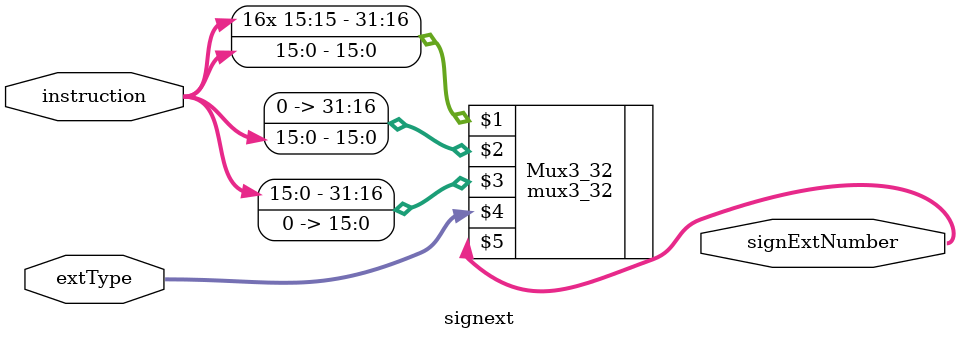
<source format=v>
/**
 * 符号拓展模块
 * @author AshinZ
 * @time   2020-4-18 
 * @param
 * @return 
*/

module signext(instruction,extType,signExtNumber);
    input  [15:0]   instruction;
    input  [1:0]    extType;
    output [31:0]   signExtNumber;

    wire   [31:0]  signExtNumber;
    parameter signedext = 2'b00 , unsignedext = 2'b01 , lui_ext = 2'b10;

    mux3_32 Mux3_32({{16{instruction[15]}},instruction[15:0]},{16'b0,instruction[15:0]},{instruction[15:0],16'b0},extType,signExtNumber);

endmodule 

</source>
